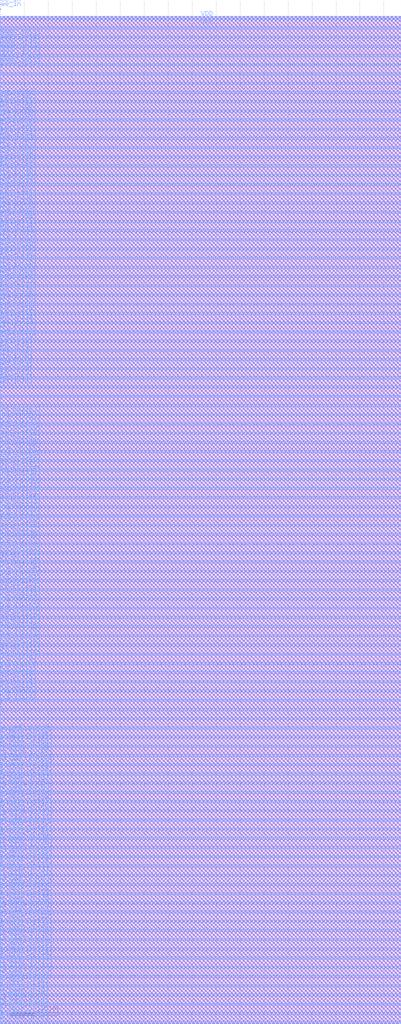
<source format=lef>
# Generated by FakeRAM 2.0
VERSION 5.7 ;
BUSBITCHARS "[]" ;
PROPERTYDEFINITIONS
  MACRO width INTEGER ;
  MACRO depth INTEGER ;
  MACRO banks INTEGER ;
END PROPERTYDEFINITIONS
MACRO fakeram7_256x64
  PROPERTY width 64 ;
  PROPERTY depth 256 ;
  PROPERTY banks 2 ;
  FOREIGN fakeram7_256x64 0 0 ;
  SYMMETRY X Y R90 ;
  SIZE 16.720 BY 42.000 ;
  CLASS BLOCK ;
  PIN w_mask_in[0]
    DIRECTION INPUT ;
    USE SIGNAL ;
    SHAPE ABUTMENT ;
    PORT
      LAYER M4 ;
      RECT 0.000 0.048 0.024 0.072 ;
    END
  END w_mask_in[0]
  PIN w_mask_in[1]
    DIRECTION INPUT ;
    USE SIGNAL ;
    SHAPE ABUTMENT ;
    PORT
      LAYER M4 ;
      RECT 0.000 0.240 0.024 0.264 ;
    END
  END w_mask_in[1]
  PIN w_mask_in[2]
    DIRECTION INPUT ;
    USE SIGNAL ;
    SHAPE ABUTMENT ;
    PORT
      LAYER M4 ;
      RECT 0.000 0.432 0.024 0.456 ;
    END
  END w_mask_in[2]
  PIN w_mask_in[3]
    DIRECTION INPUT ;
    USE SIGNAL ;
    SHAPE ABUTMENT ;
    PORT
      LAYER M4 ;
      RECT 0.000 0.624 0.024 0.648 ;
    END
  END w_mask_in[3]
  PIN w_mask_in[4]
    DIRECTION INPUT ;
    USE SIGNAL ;
    SHAPE ABUTMENT ;
    PORT
      LAYER M4 ;
      RECT 0.000 0.816 0.024 0.840 ;
    END
  END w_mask_in[4]
  PIN w_mask_in[5]
    DIRECTION INPUT ;
    USE SIGNAL ;
    SHAPE ABUTMENT ;
    PORT
      LAYER M4 ;
      RECT 0.000 1.008 0.024 1.032 ;
    END
  END w_mask_in[5]
  PIN w_mask_in[6]
    DIRECTION INPUT ;
    USE SIGNAL ;
    SHAPE ABUTMENT ;
    PORT
      LAYER M4 ;
      RECT 0.000 1.200 0.024 1.224 ;
    END
  END w_mask_in[6]
  PIN w_mask_in[7]
    DIRECTION INPUT ;
    USE SIGNAL ;
    SHAPE ABUTMENT ;
    PORT
      LAYER M4 ;
      RECT 0.000 1.392 0.024 1.416 ;
    END
  END w_mask_in[7]
  PIN w_mask_in[8]
    DIRECTION INPUT ;
    USE SIGNAL ;
    SHAPE ABUTMENT ;
    PORT
      LAYER M4 ;
      RECT 0.000 1.584 0.024 1.608 ;
    END
  END w_mask_in[8]
  PIN w_mask_in[9]
    DIRECTION INPUT ;
    USE SIGNAL ;
    SHAPE ABUTMENT ;
    PORT
      LAYER M4 ;
      RECT 0.000 1.776 0.024 1.800 ;
    END
  END w_mask_in[9]
  PIN w_mask_in[10]
    DIRECTION INPUT ;
    USE SIGNAL ;
    SHAPE ABUTMENT ;
    PORT
      LAYER M4 ;
      RECT 0.000 1.968 0.024 1.992 ;
    END
  END w_mask_in[10]
  PIN w_mask_in[11]
    DIRECTION INPUT ;
    USE SIGNAL ;
    SHAPE ABUTMENT ;
    PORT
      LAYER M4 ;
      RECT 0.000 2.160 0.024 2.184 ;
    END
  END w_mask_in[11]
  PIN w_mask_in[12]
    DIRECTION INPUT ;
    USE SIGNAL ;
    SHAPE ABUTMENT ;
    PORT
      LAYER M4 ;
      RECT 0.000 2.352 0.024 2.376 ;
    END
  END w_mask_in[12]
  PIN w_mask_in[13]
    DIRECTION INPUT ;
    USE SIGNAL ;
    SHAPE ABUTMENT ;
    PORT
      LAYER M4 ;
      RECT 0.000 2.544 0.024 2.568 ;
    END
  END w_mask_in[13]
  PIN w_mask_in[14]
    DIRECTION INPUT ;
    USE SIGNAL ;
    SHAPE ABUTMENT ;
    PORT
      LAYER M4 ;
      RECT 0.000 2.736 0.024 2.760 ;
    END
  END w_mask_in[14]
  PIN w_mask_in[15]
    DIRECTION INPUT ;
    USE SIGNAL ;
    SHAPE ABUTMENT ;
    PORT
      LAYER M4 ;
      RECT 0.000 2.928 0.024 2.952 ;
    END
  END w_mask_in[15]
  PIN w_mask_in[16]
    DIRECTION INPUT ;
    USE SIGNAL ;
    SHAPE ABUTMENT ;
    PORT
      LAYER M4 ;
      RECT 0.000 3.120 0.024 3.144 ;
    END
  END w_mask_in[16]
  PIN w_mask_in[17]
    DIRECTION INPUT ;
    USE SIGNAL ;
    SHAPE ABUTMENT ;
    PORT
      LAYER M4 ;
      RECT 0.000 3.312 0.024 3.336 ;
    END
  END w_mask_in[17]
  PIN w_mask_in[18]
    DIRECTION INPUT ;
    USE SIGNAL ;
    SHAPE ABUTMENT ;
    PORT
      LAYER M4 ;
      RECT 0.000 3.504 0.024 3.528 ;
    END
  END w_mask_in[18]
  PIN w_mask_in[19]
    DIRECTION INPUT ;
    USE SIGNAL ;
    SHAPE ABUTMENT ;
    PORT
      LAYER M4 ;
      RECT 0.000 3.696 0.024 3.720 ;
    END
  END w_mask_in[19]
  PIN w_mask_in[20]
    DIRECTION INPUT ;
    USE SIGNAL ;
    SHAPE ABUTMENT ;
    PORT
      LAYER M4 ;
      RECT 0.000 3.888 0.024 3.912 ;
    END
  END w_mask_in[20]
  PIN w_mask_in[21]
    DIRECTION INPUT ;
    USE SIGNAL ;
    SHAPE ABUTMENT ;
    PORT
      LAYER M4 ;
      RECT 0.000 4.080 0.024 4.104 ;
    END
  END w_mask_in[21]
  PIN w_mask_in[22]
    DIRECTION INPUT ;
    USE SIGNAL ;
    SHAPE ABUTMENT ;
    PORT
      LAYER M4 ;
      RECT 0.000 4.272 0.024 4.296 ;
    END
  END w_mask_in[22]
  PIN w_mask_in[23]
    DIRECTION INPUT ;
    USE SIGNAL ;
    SHAPE ABUTMENT ;
    PORT
      LAYER M4 ;
      RECT 0.000 4.464 0.024 4.488 ;
    END
  END w_mask_in[23]
  PIN w_mask_in[24]
    DIRECTION INPUT ;
    USE SIGNAL ;
    SHAPE ABUTMENT ;
    PORT
      LAYER M4 ;
      RECT 0.000 4.656 0.024 4.680 ;
    END
  END w_mask_in[24]
  PIN w_mask_in[25]
    DIRECTION INPUT ;
    USE SIGNAL ;
    SHAPE ABUTMENT ;
    PORT
      LAYER M4 ;
      RECT 0.000 4.848 0.024 4.872 ;
    END
  END w_mask_in[25]
  PIN w_mask_in[26]
    DIRECTION INPUT ;
    USE SIGNAL ;
    SHAPE ABUTMENT ;
    PORT
      LAYER M4 ;
      RECT 0.000 5.040 0.024 5.064 ;
    END
  END w_mask_in[26]
  PIN w_mask_in[27]
    DIRECTION INPUT ;
    USE SIGNAL ;
    SHAPE ABUTMENT ;
    PORT
      LAYER M4 ;
      RECT 0.000 5.232 0.024 5.256 ;
    END
  END w_mask_in[27]
  PIN w_mask_in[28]
    DIRECTION INPUT ;
    USE SIGNAL ;
    SHAPE ABUTMENT ;
    PORT
      LAYER M4 ;
      RECT 0.000 5.424 0.024 5.448 ;
    END
  END w_mask_in[28]
  PIN w_mask_in[29]
    DIRECTION INPUT ;
    USE SIGNAL ;
    SHAPE ABUTMENT ;
    PORT
      LAYER M4 ;
      RECT 0.000 5.616 0.024 5.640 ;
    END
  END w_mask_in[29]
  PIN w_mask_in[30]
    DIRECTION INPUT ;
    USE SIGNAL ;
    SHAPE ABUTMENT ;
    PORT
      LAYER M4 ;
      RECT 0.000 5.808 0.024 5.832 ;
    END
  END w_mask_in[30]
  PIN w_mask_in[31]
    DIRECTION INPUT ;
    USE SIGNAL ;
    SHAPE ABUTMENT ;
    PORT
      LAYER M4 ;
      RECT 0.000 6.000 0.024 6.024 ;
    END
  END w_mask_in[31]
  PIN w_mask_in[32]
    DIRECTION INPUT ;
    USE SIGNAL ;
    SHAPE ABUTMENT ;
    PORT
      LAYER M4 ;
      RECT 0.000 6.192 0.024 6.216 ;
    END
  END w_mask_in[32]
  PIN w_mask_in[33]
    DIRECTION INPUT ;
    USE SIGNAL ;
    SHAPE ABUTMENT ;
    PORT
      LAYER M4 ;
      RECT 0.000 6.384 0.024 6.408 ;
    END
  END w_mask_in[33]
  PIN w_mask_in[34]
    DIRECTION INPUT ;
    USE SIGNAL ;
    SHAPE ABUTMENT ;
    PORT
      LAYER M4 ;
      RECT 0.000 6.576 0.024 6.600 ;
    END
  END w_mask_in[34]
  PIN w_mask_in[35]
    DIRECTION INPUT ;
    USE SIGNAL ;
    SHAPE ABUTMENT ;
    PORT
      LAYER M4 ;
      RECT 0.000 6.768 0.024 6.792 ;
    END
  END w_mask_in[35]
  PIN w_mask_in[36]
    DIRECTION INPUT ;
    USE SIGNAL ;
    SHAPE ABUTMENT ;
    PORT
      LAYER M4 ;
      RECT 0.000 6.960 0.024 6.984 ;
    END
  END w_mask_in[36]
  PIN w_mask_in[37]
    DIRECTION INPUT ;
    USE SIGNAL ;
    SHAPE ABUTMENT ;
    PORT
      LAYER M4 ;
      RECT 0.000 7.152 0.024 7.176 ;
    END
  END w_mask_in[37]
  PIN w_mask_in[38]
    DIRECTION INPUT ;
    USE SIGNAL ;
    SHAPE ABUTMENT ;
    PORT
      LAYER M4 ;
      RECT 0.000 7.344 0.024 7.368 ;
    END
  END w_mask_in[38]
  PIN w_mask_in[39]
    DIRECTION INPUT ;
    USE SIGNAL ;
    SHAPE ABUTMENT ;
    PORT
      LAYER M4 ;
      RECT 0.000 7.536 0.024 7.560 ;
    END
  END w_mask_in[39]
  PIN w_mask_in[40]
    DIRECTION INPUT ;
    USE SIGNAL ;
    SHAPE ABUTMENT ;
    PORT
      LAYER M4 ;
      RECT 0.000 7.728 0.024 7.752 ;
    END
  END w_mask_in[40]
  PIN w_mask_in[41]
    DIRECTION INPUT ;
    USE SIGNAL ;
    SHAPE ABUTMENT ;
    PORT
      LAYER M4 ;
      RECT 0.000 7.920 0.024 7.944 ;
    END
  END w_mask_in[41]
  PIN w_mask_in[42]
    DIRECTION INPUT ;
    USE SIGNAL ;
    SHAPE ABUTMENT ;
    PORT
      LAYER M4 ;
      RECT 0.000 8.112 0.024 8.136 ;
    END
  END w_mask_in[42]
  PIN w_mask_in[43]
    DIRECTION INPUT ;
    USE SIGNAL ;
    SHAPE ABUTMENT ;
    PORT
      LAYER M4 ;
      RECT 0.000 8.304 0.024 8.328 ;
    END
  END w_mask_in[43]
  PIN w_mask_in[44]
    DIRECTION INPUT ;
    USE SIGNAL ;
    SHAPE ABUTMENT ;
    PORT
      LAYER M4 ;
      RECT 0.000 8.496 0.024 8.520 ;
    END
  END w_mask_in[44]
  PIN w_mask_in[45]
    DIRECTION INPUT ;
    USE SIGNAL ;
    SHAPE ABUTMENT ;
    PORT
      LAYER M4 ;
      RECT 0.000 8.688 0.024 8.712 ;
    END
  END w_mask_in[45]
  PIN w_mask_in[46]
    DIRECTION INPUT ;
    USE SIGNAL ;
    SHAPE ABUTMENT ;
    PORT
      LAYER M4 ;
      RECT 0.000 8.880 0.024 8.904 ;
    END
  END w_mask_in[46]
  PIN w_mask_in[47]
    DIRECTION INPUT ;
    USE SIGNAL ;
    SHAPE ABUTMENT ;
    PORT
      LAYER M4 ;
      RECT 0.000 9.072 0.024 9.096 ;
    END
  END w_mask_in[47]
  PIN w_mask_in[48]
    DIRECTION INPUT ;
    USE SIGNAL ;
    SHAPE ABUTMENT ;
    PORT
      LAYER M4 ;
      RECT 0.000 9.264 0.024 9.288 ;
    END
  END w_mask_in[48]
  PIN w_mask_in[49]
    DIRECTION INPUT ;
    USE SIGNAL ;
    SHAPE ABUTMENT ;
    PORT
      LAYER M4 ;
      RECT 0.000 9.456 0.024 9.480 ;
    END
  END w_mask_in[49]
  PIN w_mask_in[50]
    DIRECTION INPUT ;
    USE SIGNAL ;
    SHAPE ABUTMENT ;
    PORT
      LAYER M4 ;
      RECT 0.000 9.648 0.024 9.672 ;
    END
  END w_mask_in[50]
  PIN w_mask_in[51]
    DIRECTION INPUT ;
    USE SIGNAL ;
    SHAPE ABUTMENT ;
    PORT
      LAYER M4 ;
      RECT 0.000 9.840 0.024 9.864 ;
    END
  END w_mask_in[51]
  PIN w_mask_in[52]
    DIRECTION INPUT ;
    USE SIGNAL ;
    SHAPE ABUTMENT ;
    PORT
      LAYER M4 ;
      RECT 0.000 10.032 0.024 10.056 ;
    END
  END w_mask_in[52]
  PIN w_mask_in[53]
    DIRECTION INPUT ;
    USE SIGNAL ;
    SHAPE ABUTMENT ;
    PORT
      LAYER M4 ;
      RECT 0.000 10.224 0.024 10.248 ;
    END
  END w_mask_in[53]
  PIN w_mask_in[54]
    DIRECTION INPUT ;
    USE SIGNAL ;
    SHAPE ABUTMENT ;
    PORT
      LAYER M4 ;
      RECT 0.000 10.416 0.024 10.440 ;
    END
  END w_mask_in[54]
  PIN w_mask_in[55]
    DIRECTION INPUT ;
    USE SIGNAL ;
    SHAPE ABUTMENT ;
    PORT
      LAYER M4 ;
      RECT 0.000 10.608 0.024 10.632 ;
    END
  END w_mask_in[55]
  PIN w_mask_in[56]
    DIRECTION INPUT ;
    USE SIGNAL ;
    SHAPE ABUTMENT ;
    PORT
      LAYER M4 ;
      RECT 0.000 10.800 0.024 10.824 ;
    END
  END w_mask_in[56]
  PIN w_mask_in[57]
    DIRECTION INPUT ;
    USE SIGNAL ;
    SHAPE ABUTMENT ;
    PORT
      LAYER M4 ;
      RECT 0.000 10.992 0.024 11.016 ;
    END
  END w_mask_in[57]
  PIN w_mask_in[58]
    DIRECTION INPUT ;
    USE SIGNAL ;
    SHAPE ABUTMENT ;
    PORT
      LAYER M4 ;
      RECT 0.000 11.184 0.024 11.208 ;
    END
  END w_mask_in[58]
  PIN w_mask_in[59]
    DIRECTION INPUT ;
    USE SIGNAL ;
    SHAPE ABUTMENT ;
    PORT
      LAYER M4 ;
      RECT 0.000 11.376 0.024 11.400 ;
    END
  END w_mask_in[59]
  PIN w_mask_in[60]
    DIRECTION INPUT ;
    USE SIGNAL ;
    SHAPE ABUTMENT ;
    PORT
      LAYER M4 ;
      RECT 0.000 11.568 0.024 11.592 ;
    END
  END w_mask_in[60]
  PIN w_mask_in[61]
    DIRECTION INPUT ;
    USE SIGNAL ;
    SHAPE ABUTMENT ;
    PORT
      LAYER M4 ;
      RECT 0.000 11.760 0.024 11.784 ;
    END
  END w_mask_in[61]
  PIN w_mask_in[62]
    DIRECTION INPUT ;
    USE SIGNAL ;
    SHAPE ABUTMENT ;
    PORT
      LAYER M4 ;
      RECT 0.000 11.952 0.024 11.976 ;
    END
  END w_mask_in[62]
  PIN w_mask_in[63]
    DIRECTION INPUT ;
    USE SIGNAL ;
    SHAPE ABUTMENT ;
    PORT
      LAYER M4 ;
      RECT 0.000 12.144 0.024 12.168 ;
    END
  END w_mask_in[63]
  PIN rd_out[0]
    DIRECTION OUTPUT ;
    USE SIGNAL ;
    SHAPE ABUTMENT ;
    PORT
      LAYER M4 ;
      RECT 0.000 13.296 0.024 13.320 ;
    END
  END rd_out[0]
  PIN rd_out[1]
    DIRECTION OUTPUT ;
    USE SIGNAL ;
    SHAPE ABUTMENT ;
    PORT
      LAYER M4 ;
      RECT 0.000 13.488 0.024 13.512 ;
    END
  END rd_out[1]
  PIN rd_out[2]
    DIRECTION OUTPUT ;
    USE SIGNAL ;
    SHAPE ABUTMENT ;
    PORT
      LAYER M4 ;
      RECT 0.000 13.680 0.024 13.704 ;
    END
  END rd_out[2]
  PIN rd_out[3]
    DIRECTION OUTPUT ;
    USE SIGNAL ;
    SHAPE ABUTMENT ;
    PORT
      LAYER M4 ;
      RECT 0.000 13.872 0.024 13.896 ;
    END
  END rd_out[3]
  PIN rd_out[4]
    DIRECTION OUTPUT ;
    USE SIGNAL ;
    SHAPE ABUTMENT ;
    PORT
      LAYER M4 ;
      RECT 0.000 14.064 0.024 14.088 ;
    END
  END rd_out[4]
  PIN rd_out[5]
    DIRECTION OUTPUT ;
    USE SIGNAL ;
    SHAPE ABUTMENT ;
    PORT
      LAYER M4 ;
      RECT 0.000 14.256 0.024 14.280 ;
    END
  END rd_out[5]
  PIN rd_out[6]
    DIRECTION OUTPUT ;
    USE SIGNAL ;
    SHAPE ABUTMENT ;
    PORT
      LAYER M4 ;
      RECT 0.000 14.448 0.024 14.472 ;
    END
  END rd_out[6]
  PIN rd_out[7]
    DIRECTION OUTPUT ;
    USE SIGNAL ;
    SHAPE ABUTMENT ;
    PORT
      LAYER M4 ;
      RECT 0.000 14.640 0.024 14.664 ;
    END
  END rd_out[7]
  PIN rd_out[8]
    DIRECTION OUTPUT ;
    USE SIGNAL ;
    SHAPE ABUTMENT ;
    PORT
      LAYER M4 ;
      RECT 0.000 14.832 0.024 14.856 ;
    END
  END rd_out[8]
  PIN rd_out[9]
    DIRECTION OUTPUT ;
    USE SIGNAL ;
    SHAPE ABUTMENT ;
    PORT
      LAYER M4 ;
      RECT 0.000 15.024 0.024 15.048 ;
    END
  END rd_out[9]
  PIN rd_out[10]
    DIRECTION OUTPUT ;
    USE SIGNAL ;
    SHAPE ABUTMENT ;
    PORT
      LAYER M4 ;
      RECT 0.000 15.216 0.024 15.240 ;
    END
  END rd_out[10]
  PIN rd_out[11]
    DIRECTION OUTPUT ;
    USE SIGNAL ;
    SHAPE ABUTMENT ;
    PORT
      LAYER M4 ;
      RECT 0.000 15.408 0.024 15.432 ;
    END
  END rd_out[11]
  PIN rd_out[12]
    DIRECTION OUTPUT ;
    USE SIGNAL ;
    SHAPE ABUTMENT ;
    PORT
      LAYER M4 ;
      RECT 0.000 15.600 0.024 15.624 ;
    END
  END rd_out[12]
  PIN rd_out[13]
    DIRECTION OUTPUT ;
    USE SIGNAL ;
    SHAPE ABUTMENT ;
    PORT
      LAYER M4 ;
      RECT 0.000 15.792 0.024 15.816 ;
    END
  END rd_out[13]
  PIN rd_out[14]
    DIRECTION OUTPUT ;
    USE SIGNAL ;
    SHAPE ABUTMENT ;
    PORT
      LAYER M4 ;
      RECT 0.000 15.984 0.024 16.008 ;
    END
  END rd_out[14]
  PIN rd_out[15]
    DIRECTION OUTPUT ;
    USE SIGNAL ;
    SHAPE ABUTMENT ;
    PORT
      LAYER M4 ;
      RECT 0.000 16.176 0.024 16.200 ;
    END
  END rd_out[15]
  PIN rd_out[16]
    DIRECTION OUTPUT ;
    USE SIGNAL ;
    SHAPE ABUTMENT ;
    PORT
      LAYER M4 ;
      RECT 0.000 16.368 0.024 16.392 ;
    END
  END rd_out[16]
  PIN rd_out[17]
    DIRECTION OUTPUT ;
    USE SIGNAL ;
    SHAPE ABUTMENT ;
    PORT
      LAYER M4 ;
      RECT 0.000 16.560 0.024 16.584 ;
    END
  END rd_out[17]
  PIN rd_out[18]
    DIRECTION OUTPUT ;
    USE SIGNAL ;
    SHAPE ABUTMENT ;
    PORT
      LAYER M4 ;
      RECT 0.000 16.752 0.024 16.776 ;
    END
  END rd_out[18]
  PIN rd_out[19]
    DIRECTION OUTPUT ;
    USE SIGNAL ;
    SHAPE ABUTMENT ;
    PORT
      LAYER M4 ;
      RECT 0.000 16.944 0.024 16.968 ;
    END
  END rd_out[19]
  PIN rd_out[20]
    DIRECTION OUTPUT ;
    USE SIGNAL ;
    SHAPE ABUTMENT ;
    PORT
      LAYER M4 ;
      RECT 0.000 17.136 0.024 17.160 ;
    END
  END rd_out[20]
  PIN rd_out[21]
    DIRECTION OUTPUT ;
    USE SIGNAL ;
    SHAPE ABUTMENT ;
    PORT
      LAYER M4 ;
      RECT 0.000 17.328 0.024 17.352 ;
    END
  END rd_out[21]
  PIN rd_out[22]
    DIRECTION OUTPUT ;
    USE SIGNAL ;
    SHAPE ABUTMENT ;
    PORT
      LAYER M4 ;
      RECT 0.000 17.520 0.024 17.544 ;
    END
  END rd_out[22]
  PIN rd_out[23]
    DIRECTION OUTPUT ;
    USE SIGNAL ;
    SHAPE ABUTMENT ;
    PORT
      LAYER M4 ;
      RECT 0.000 17.712 0.024 17.736 ;
    END
  END rd_out[23]
  PIN rd_out[24]
    DIRECTION OUTPUT ;
    USE SIGNAL ;
    SHAPE ABUTMENT ;
    PORT
      LAYER M4 ;
      RECT 0.000 17.904 0.024 17.928 ;
    END
  END rd_out[24]
  PIN rd_out[25]
    DIRECTION OUTPUT ;
    USE SIGNAL ;
    SHAPE ABUTMENT ;
    PORT
      LAYER M4 ;
      RECT 0.000 18.096 0.024 18.120 ;
    END
  END rd_out[25]
  PIN rd_out[26]
    DIRECTION OUTPUT ;
    USE SIGNAL ;
    SHAPE ABUTMENT ;
    PORT
      LAYER M4 ;
      RECT 0.000 18.288 0.024 18.312 ;
    END
  END rd_out[26]
  PIN rd_out[27]
    DIRECTION OUTPUT ;
    USE SIGNAL ;
    SHAPE ABUTMENT ;
    PORT
      LAYER M4 ;
      RECT 0.000 18.480 0.024 18.504 ;
    END
  END rd_out[27]
  PIN rd_out[28]
    DIRECTION OUTPUT ;
    USE SIGNAL ;
    SHAPE ABUTMENT ;
    PORT
      LAYER M4 ;
      RECT 0.000 18.672 0.024 18.696 ;
    END
  END rd_out[28]
  PIN rd_out[29]
    DIRECTION OUTPUT ;
    USE SIGNAL ;
    SHAPE ABUTMENT ;
    PORT
      LAYER M4 ;
      RECT 0.000 18.864 0.024 18.888 ;
    END
  END rd_out[29]
  PIN rd_out[30]
    DIRECTION OUTPUT ;
    USE SIGNAL ;
    SHAPE ABUTMENT ;
    PORT
      LAYER M4 ;
      RECT 0.000 19.056 0.024 19.080 ;
    END
  END rd_out[30]
  PIN rd_out[31]
    DIRECTION OUTPUT ;
    USE SIGNAL ;
    SHAPE ABUTMENT ;
    PORT
      LAYER M4 ;
      RECT 0.000 19.248 0.024 19.272 ;
    END
  END rd_out[31]
  PIN rd_out[32]
    DIRECTION OUTPUT ;
    USE SIGNAL ;
    SHAPE ABUTMENT ;
    PORT
      LAYER M4 ;
      RECT 0.000 19.440 0.024 19.464 ;
    END
  END rd_out[32]
  PIN rd_out[33]
    DIRECTION OUTPUT ;
    USE SIGNAL ;
    SHAPE ABUTMENT ;
    PORT
      LAYER M4 ;
      RECT 0.000 19.632 0.024 19.656 ;
    END
  END rd_out[33]
  PIN rd_out[34]
    DIRECTION OUTPUT ;
    USE SIGNAL ;
    SHAPE ABUTMENT ;
    PORT
      LAYER M4 ;
      RECT 0.000 19.824 0.024 19.848 ;
    END
  END rd_out[34]
  PIN rd_out[35]
    DIRECTION OUTPUT ;
    USE SIGNAL ;
    SHAPE ABUTMENT ;
    PORT
      LAYER M4 ;
      RECT 0.000 20.016 0.024 20.040 ;
    END
  END rd_out[35]
  PIN rd_out[36]
    DIRECTION OUTPUT ;
    USE SIGNAL ;
    SHAPE ABUTMENT ;
    PORT
      LAYER M4 ;
      RECT 0.000 20.208 0.024 20.232 ;
    END
  END rd_out[36]
  PIN rd_out[37]
    DIRECTION OUTPUT ;
    USE SIGNAL ;
    SHAPE ABUTMENT ;
    PORT
      LAYER M4 ;
      RECT 0.000 20.400 0.024 20.424 ;
    END
  END rd_out[37]
  PIN rd_out[38]
    DIRECTION OUTPUT ;
    USE SIGNAL ;
    SHAPE ABUTMENT ;
    PORT
      LAYER M4 ;
      RECT 0.000 20.592 0.024 20.616 ;
    END
  END rd_out[38]
  PIN rd_out[39]
    DIRECTION OUTPUT ;
    USE SIGNAL ;
    SHAPE ABUTMENT ;
    PORT
      LAYER M4 ;
      RECT 0.000 20.784 0.024 20.808 ;
    END
  END rd_out[39]
  PIN rd_out[40]
    DIRECTION OUTPUT ;
    USE SIGNAL ;
    SHAPE ABUTMENT ;
    PORT
      LAYER M4 ;
      RECT 0.000 20.976 0.024 21.000 ;
    END
  END rd_out[40]
  PIN rd_out[41]
    DIRECTION OUTPUT ;
    USE SIGNAL ;
    SHAPE ABUTMENT ;
    PORT
      LAYER M4 ;
      RECT 0.000 21.168 0.024 21.192 ;
    END
  END rd_out[41]
  PIN rd_out[42]
    DIRECTION OUTPUT ;
    USE SIGNAL ;
    SHAPE ABUTMENT ;
    PORT
      LAYER M4 ;
      RECT 0.000 21.360 0.024 21.384 ;
    END
  END rd_out[42]
  PIN rd_out[43]
    DIRECTION OUTPUT ;
    USE SIGNAL ;
    SHAPE ABUTMENT ;
    PORT
      LAYER M4 ;
      RECT 0.000 21.552 0.024 21.576 ;
    END
  END rd_out[43]
  PIN rd_out[44]
    DIRECTION OUTPUT ;
    USE SIGNAL ;
    SHAPE ABUTMENT ;
    PORT
      LAYER M4 ;
      RECT 0.000 21.744 0.024 21.768 ;
    END
  END rd_out[44]
  PIN rd_out[45]
    DIRECTION OUTPUT ;
    USE SIGNAL ;
    SHAPE ABUTMENT ;
    PORT
      LAYER M4 ;
      RECT 0.000 21.936 0.024 21.960 ;
    END
  END rd_out[45]
  PIN rd_out[46]
    DIRECTION OUTPUT ;
    USE SIGNAL ;
    SHAPE ABUTMENT ;
    PORT
      LAYER M4 ;
      RECT 0.000 22.128 0.024 22.152 ;
    END
  END rd_out[46]
  PIN rd_out[47]
    DIRECTION OUTPUT ;
    USE SIGNAL ;
    SHAPE ABUTMENT ;
    PORT
      LAYER M4 ;
      RECT 0.000 22.320 0.024 22.344 ;
    END
  END rd_out[47]
  PIN rd_out[48]
    DIRECTION OUTPUT ;
    USE SIGNAL ;
    SHAPE ABUTMENT ;
    PORT
      LAYER M4 ;
      RECT 0.000 22.512 0.024 22.536 ;
    END
  END rd_out[48]
  PIN rd_out[49]
    DIRECTION OUTPUT ;
    USE SIGNAL ;
    SHAPE ABUTMENT ;
    PORT
      LAYER M4 ;
      RECT 0.000 22.704 0.024 22.728 ;
    END
  END rd_out[49]
  PIN rd_out[50]
    DIRECTION OUTPUT ;
    USE SIGNAL ;
    SHAPE ABUTMENT ;
    PORT
      LAYER M4 ;
      RECT 0.000 22.896 0.024 22.920 ;
    END
  END rd_out[50]
  PIN rd_out[51]
    DIRECTION OUTPUT ;
    USE SIGNAL ;
    SHAPE ABUTMENT ;
    PORT
      LAYER M4 ;
      RECT 0.000 23.088 0.024 23.112 ;
    END
  END rd_out[51]
  PIN rd_out[52]
    DIRECTION OUTPUT ;
    USE SIGNAL ;
    SHAPE ABUTMENT ;
    PORT
      LAYER M4 ;
      RECT 0.000 23.280 0.024 23.304 ;
    END
  END rd_out[52]
  PIN rd_out[53]
    DIRECTION OUTPUT ;
    USE SIGNAL ;
    SHAPE ABUTMENT ;
    PORT
      LAYER M4 ;
      RECT 0.000 23.472 0.024 23.496 ;
    END
  END rd_out[53]
  PIN rd_out[54]
    DIRECTION OUTPUT ;
    USE SIGNAL ;
    SHAPE ABUTMENT ;
    PORT
      LAYER M4 ;
      RECT 0.000 23.664 0.024 23.688 ;
    END
  END rd_out[54]
  PIN rd_out[55]
    DIRECTION OUTPUT ;
    USE SIGNAL ;
    SHAPE ABUTMENT ;
    PORT
      LAYER M4 ;
      RECT 0.000 23.856 0.024 23.880 ;
    END
  END rd_out[55]
  PIN rd_out[56]
    DIRECTION OUTPUT ;
    USE SIGNAL ;
    SHAPE ABUTMENT ;
    PORT
      LAYER M4 ;
      RECT 0.000 24.048 0.024 24.072 ;
    END
  END rd_out[56]
  PIN rd_out[57]
    DIRECTION OUTPUT ;
    USE SIGNAL ;
    SHAPE ABUTMENT ;
    PORT
      LAYER M4 ;
      RECT 0.000 24.240 0.024 24.264 ;
    END
  END rd_out[57]
  PIN rd_out[58]
    DIRECTION OUTPUT ;
    USE SIGNAL ;
    SHAPE ABUTMENT ;
    PORT
      LAYER M4 ;
      RECT 0.000 24.432 0.024 24.456 ;
    END
  END rd_out[58]
  PIN rd_out[59]
    DIRECTION OUTPUT ;
    USE SIGNAL ;
    SHAPE ABUTMENT ;
    PORT
      LAYER M4 ;
      RECT 0.000 24.624 0.024 24.648 ;
    END
  END rd_out[59]
  PIN rd_out[60]
    DIRECTION OUTPUT ;
    USE SIGNAL ;
    SHAPE ABUTMENT ;
    PORT
      LAYER M4 ;
      RECT 0.000 24.816 0.024 24.840 ;
    END
  END rd_out[60]
  PIN rd_out[61]
    DIRECTION OUTPUT ;
    USE SIGNAL ;
    SHAPE ABUTMENT ;
    PORT
      LAYER M4 ;
      RECT 0.000 25.008 0.024 25.032 ;
    END
  END rd_out[61]
  PIN rd_out[62]
    DIRECTION OUTPUT ;
    USE SIGNAL ;
    SHAPE ABUTMENT ;
    PORT
      LAYER M4 ;
      RECT 0.000 25.200 0.024 25.224 ;
    END
  END rd_out[62]
  PIN rd_out[63]
    DIRECTION OUTPUT ;
    USE SIGNAL ;
    SHAPE ABUTMENT ;
    PORT
      LAYER M4 ;
      RECT 0.000 25.392 0.024 25.416 ;
    END
  END rd_out[63]
  PIN wd_in[0]
    DIRECTION INPUT ;
    USE SIGNAL ;
    SHAPE ABUTMENT ;
    PORT
      LAYER M4 ;
      RECT 0.000 26.544 0.024 26.568 ;
    END
  END wd_in[0]
  PIN wd_in[1]
    DIRECTION INPUT ;
    USE SIGNAL ;
    SHAPE ABUTMENT ;
    PORT
      LAYER M4 ;
      RECT 0.000 26.736 0.024 26.760 ;
    END
  END wd_in[1]
  PIN wd_in[2]
    DIRECTION INPUT ;
    USE SIGNAL ;
    SHAPE ABUTMENT ;
    PORT
      LAYER M4 ;
      RECT 0.000 26.928 0.024 26.952 ;
    END
  END wd_in[2]
  PIN wd_in[3]
    DIRECTION INPUT ;
    USE SIGNAL ;
    SHAPE ABUTMENT ;
    PORT
      LAYER M4 ;
      RECT 0.000 27.120 0.024 27.144 ;
    END
  END wd_in[3]
  PIN wd_in[4]
    DIRECTION INPUT ;
    USE SIGNAL ;
    SHAPE ABUTMENT ;
    PORT
      LAYER M4 ;
      RECT 0.000 27.312 0.024 27.336 ;
    END
  END wd_in[4]
  PIN wd_in[5]
    DIRECTION INPUT ;
    USE SIGNAL ;
    SHAPE ABUTMENT ;
    PORT
      LAYER M4 ;
      RECT 0.000 27.504 0.024 27.528 ;
    END
  END wd_in[5]
  PIN wd_in[6]
    DIRECTION INPUT ;
    USE SIGNAL ;
    SHAPE ABUTMENT ;
    PORT
      LAYER M4 ;
      RECT 0.000 27.696 0.024 27.720 ;
    END
  END wd_in[6]
  PIN wd_in[7]
    DIRECTION INPUT ;
    USE SIGNAL ;
    SHAPE ABUTMENT ;
    PORT
      LAYER M4 ;
      RECT 0.000 27.888 0.024 27.912 ;
    END
  END wd_in[7]
  PIN wd_in[8]
    DIRECTION INPUT ;
    USE SIGNAL ;
    SHAPE ABUTMENT ;
    PORT
      LAYER M4 ;
      RECT 0.000 28.080 0.024 28.104 ;
    END
  END wd_in[8]
  PIN wd_in[9]
    DIRECTION INPUT ;
    USE SIGNAL ;
    SHAPE ABUTMENT ;
    PORT
      LAYER M4 ;
      RECT 0.000 28.272 0.024 28.296 ;
    END
  END wd_in[9]
  PIN wd_in[10]
    DIRECTION INPUT ;
    USE SIGNAL ;
    SHAPE ABUTMENT ;
    PORT
      LAYER M4 ;
      RECT 0.000 28.464 0.024 28.488 ;
    END
  END wd_in[10]
  PIN wd_in[11]
    DIRECTION INPUT ;
    USE SIGNAL ;
    SHAPE ABUTMENT ;
    PORT
      LAYER M4 ;
      RECT 0.000 28.656 0.024 28.680 ;
    END
  END wd_in[11]
  PIN wd_in[12]
    DIRECTION INPUT ;
    USE SIGNAL ;
    SHAPE ABUTMENT ;
    PORT
      LAYER M4 ;
      RECT 0.000 28.848 0.024 28.872 ;
    END
  END wd_in[12]
  PIN wd_in[13]
    DIRECTION INPUT ;
    USE SIGNAL ;
    SHAPE ABUTMENT ;
    PORT
      LAYER M4 ;
      RECT 0.000 29.040 0.024 29.064 ;
    END
  END wd_in[13]
  PIN wd_in[14]
    DIRECTION INPUT ;
    USE SIGNAL ;
    SHAPE ABUTMENT ;
    PORT
      LAYER M4 ;
      RECT 0.000 29.232 0.024 29.256 ;
    END
  END wd_in[14]
  PIN wd_in[15]
    DIRECTION INPUT ;
    USE SIGNAL ;
    SHAPE ABUTMENT ;
    PORT
      LAYER M4 ;
      RECT 0.000 29.424 0.024 29.448 ;
    END
  END wd_in[15]
  PIN wd_in[16]
    DIRECTION INPUT ;
    USE SIGNAL ;
    SHAPE ABUTMENT ;
    PORT
      LAYER M4 ;
      RECT 0.000 29.616 0.024 29.640 ;
    END
  END wd_in[16]
  PIN wd_in[17]
    DIRECTION INPUT ;
    USE SIGNAL ;
    SHAPE ABUTMENT ;
    PORT
      LAYER M4 ;
      RECT 0.000 29.808 0.024 29.832 ;
    END
  END wd_in[17]
  PIN wd_in[18]
    DIRECTION INPUT ;
    USE SIGNAL ;
    SHAPE ABUTMENT ;
    PORT
      LAYER M4 ;
      RECT 0.000 30.000 0.024 30.024 ;
    END
  END wd_in[18]
  PIN wd_in[19]
    DIRECTION INPUT ;
    USE SIGNAL ;
    SHAPE ABUTMENT ;
    PORT
      LAYER M4 ;
      RECT 0.000 30.192 0.024 30.216 ;
    END
  END wd_in[19]
  PIN wd_in[20]
    DIRECTION INPUT ;
    USE SIGNAL ;
    SHAPE ABUTMENT ;
    PORT
      LAYER M4 ;
      RECT 0.000 30.384 0.024 30.408 ;
    END
  END wd_in[20]
  PIN wd_in[21]
    DIRECTION INPUT ;
    USE SIGNAL ;
    SHAPE ABUTMENT ;
    PORT
      LAYER M4 ;
      RECT 0.000 30.576 0.024 30.600 ;
    END
  END wd_in[21]
  PIN wd_in[22]
    DIRECTION INPUT ;
    USE SIGNAL ;
    SHAPE ABUTMENT ;
    PORT
      LAYER M4 ;
      RECT 0.000 30.768 0.024 30.792 ;
    END
  END wd_in[22]
  PIN wd_in[23]
    DIRECTION INPUT ;
    USE SIGNAL ;
    SHAPE ABUTMENT ;
    PORT
      LAYER M4 ;
      RECT 0.000 30.960 0.024 30.984 ;
    END
  END wd_in[23]
  PIN wd_in[24]
    DIRECTION INPUT ;
    USE SIGNAL ;
    SHAPE ABUTMENT ;
    PORT
      LAYER M4 ;
      RECT 0.000 31.152 0.024 31.176 ;
    END
  END wd_in[24]
  PIN wd_in[25]
    DIRECTION INPUT ;
    USE SIGNAL ;
    SHAPE ABUTMENT ;
    PORT
      LAYER M4 ;
      RECT 0.000 31.344 0.024 31.368 ;
    END
  END wd_in[25]
  PIN wd_in[26]
    DIRECTION INPUT ;
    USE SIGNAL ;
    SHAPE ABUTMENT ;
    PORT
      LAYER M4 ;
      RECT 0.000 31.536 0.024 31.560 ;
    END
  END wd_in[26]
  PIN wd_in[27]
    DIRECTION INPUT ;
    USE SIGNAL ;
    SHAPE ABUTMENT ;
    PORT
      LAYER M4 ;
      RECT 0.000 31.728 0.024 31.752 ;
    END
  END wd_in[27]
  PIN wd_in[28]
    DIRECTION INPUT ;
    USE SIGNAL ;
    SHAPE ABUTMENT ;
    PORT
      LAYER M4 ;
      RECT 0.000 31.920 0.024 31.944 ;
    END
  END wd_in[28]
  PIN wd_in[29]
    DIRECTION INPUT ;
    USE SIGNAL ;
    SHAPE ABUTMENT ;
    PORT
      LAYER M4 ;
      RECT 0.000 32.112 0.024 32.136 ;
    END
  END wd_in[29]
  PIN wd_in[30]
    DIRECTION INPUT ;
    USE SIGNAL ;
    SHAPE ABUTMENT ;
    PORT
      LAYER M4 ;
      RECT 0.000 32.304 0.024 32.328 ;
    END
  END wd_in[30]
  PIN wd_in[31]
    DIRECTION INPUT ;
    USE SIGNAL ;
    SHAPE ABUTMENT ;
    PORT
      LAYER M4 ;
      RECT 0.000 32.496 0.024 32.520 ;
    END
  END wd_in[31]
  PIN wd_in[32]
    DIRECTION INPUT ;
    USE SIGNAL ;
    SHAPE ABUTMENT ;
    PORT
      LAYER M4 ;
      RECT 0.000 32.688 0.024 32.712 ;
    END
  END wd_in[32]
  PIN wd_in[33]
    DIRECTION INPUT ;
    USE SIGNAL ;
    SHAPE ABUTMENT ;
    PORT
      LAYER M4 ;
      RECT 0.000 32.880 0.024 32.904 ;
    END
  END wd_in[33]
  PIN wd_in[34]
    DIRECTION INPUT ;
    USE SIGNAL ;
    SHAPE ABUTMENT ;
    PORT
      LAYER M4 ;
      RECT 0.000 33.072 0.024 33.096 ;
    END
  END wd_in[34]
  PIN wd_in[35]
    DIRECTION INPUT ;
    USE SIGNAL ;
    SHAPE ABUTMENT ;
    PORT
      LAYER M4 ;
      RECT 0.000 33.264 0.024 33.288 ;
    END
  END wd_in[35]
  PIN wd_in[36]
    DIRECTION INPUT ;
    USE SIGNAL ;
    SHAPE ABUTMENT ;
    PORT
      LAYER M4 ;
      RECT 0.000 33.456 0.024 33.480 ;
    END
  END wd_in[36]
  PIN wd_in[37]
    DIRECTION INPUT ;
    USE SIGNAL ;
    SHAPE ABUTMENT ;
    PORT
      LAYER M4 ;
      RECT 0.000 33.648 0.024 33.672 ;
    END
  END wd_in[37]
  PIN wd_in[38]
    DIRECTION INPUT ;
    USE SIGNAL ;
    SHAPE ABUTMENT ;
    PORT
      LAYER M4 ;
      RECT 0.000 33.840 0.024 33.864 ;
    END
  END wd_in[38]
  PIN wd_in[39]
    DIRECTION INPUT ;
    USE SIGNAL ;
    SHAPE ABUTMENT ;
    PORT
      LAYER M4 ;
      RECT 0.000 34.032 0.024 34.056 ;
    END
  END wd_in[39]
  PIN wd_in[40]
    DIRECTION INPUT ;
    USE SIGNAL ;
    SHAPE ABUTMENT ;
    PORT
      LAYER M4 ;
      RECT 0.000 34.224 0.024 34.248 ;
    END
  END wd_in[40]
  PIN wd_in[41]
    DIRECTION INPUT ;
    USE SIGNAL ;
    SHAPE ABUTMENT ;
    PORT
      LAYER M4 ;
      RECT 0.000 34.416 0.024 34.440 ;
    END
  END wd_in[41]
  PIN wd_in[42]
    DIRECTION INPUT ;
    USE SIGNAL ;
    SHAPE ABUTMENT ;
    PORT
      LAYER M4 ;
      RECT 0.000 34.608 0.024 34.632 ;
    END
  END wd_in[42]
  PIN wd_in[43]
    DIRECTION INPUT ;
    USE SIGNAL ;
    SHAPE ABUTMENT ;
    PORT
      LAYER M4 ;
      RECT 0.000 34.800 0.024 34.824 ;
    END
  END wd_in[43]
  PIN wd_in[44]
    DIRECTION INPUT ;
    USE SIGNAL ;
    SHAPE ABUTMENT ;
    PORT
      LAYER M4 ;
      RECT 0.000 34.992 0.024 35.016 ;
    END
  END wd_in[44]
  PIN wd_in[45]
    DIRECTION INPUT ;
    USE SIGNAL ;
    SHAPE ABUTMENT ;
    PORT
      LAYER M4 ;
      RECT 0.000 35.184 0.024 35.208 ;
    END
  END wd_in[45]
  PIN wd_in[46]
    DIRECTION INPUT ;
    USE SIGNAL ;
    SHAPE ABUTMENT ;
    PORT
      LAYER M4 ;
      RECT 0.000 35.376 0.024 35.400 ;
    END
  END wd_in[46]
  PIN wd_in[47]
    DIRECTION INPUT ;
    USE SIGNAL ;
    SHAPE ABUTMENT ;
    PORT
      LAYER M4 ;
      RECT 0.000 35.568 0.024 35.592 ;
    END
  END wd_in[47]
  PIN wd_in[48]
    DIRECTION INPUT ;
    USE SIGNAL ;
    SHAPE ABUTMENT ;
    PORT
      LAYER M4 ;
      RECT 0.000 35.760 0.024 35.784 ;
    END
  END wd_in[48]
  PIN wd_in[49]
    DIRECTION INPUT ;
    USE SIGNAL ;
    SHAPE ABUTMENT ;
    PORT
      LAYER M4 ;
      RECT 0.000 35.952 0.024 35.976 ;
    END
  END wd_in[49]
  PIN wd_in[50]
    DIRECTION INPUT ;
    USE SIGNAL ;
    SHAPE ABUTMENT ;
    PORT
      LAYER M4 ;
      RECT 0.000 36.144 0.024 36.168 ;
    END
  END wd_in[50]
  PIN wd_in[51]
    DIRECTION INPUT ;
    USE SIGNAL ;
    SHAPE ABUTMENT ;
    PORT
      LAYER M4 ;
      RECT 0.000 36.336 0.024 36.360 ;
    END
  END wd_in[51]
  PIN wd_in[52]
    DIRECTION INPUT ;
    USE SIGNAL ;
    SHAPE ABUTMENT ;
    PORT
      LAYER M4 ;
      RECT 0.000 36.528 0.024 36.552 ;
    END
  END wd_in[52]
  PIN wd_in[53]
    DIRECTION INPUT ;
    USE SIGNAL ;
    SHAPE ABUTMENT ;
    PORT
      LAYER M4 ;
      RECT 0.000 36.720 0.024 36.744 ;
    END
  END wd_in[53]
  PIN wd_in[54]
    DIRECTION INPUT ;
    USE SIGNAL ;
    SHAPE ABUTMENT ;
    PORT
      LAYER M4 ;
      RECT 0.000 36.912 0.024 36.936 ;
    END
  END wd_in[54]
  PIN wd_in[55]
    DIRECTION INPUT ;
    USE SIGNAL ;
    SHAPE ABUTMENT ;
    PORT
      LAYER M4 ;
      RECT 0.000 37.104 0.024 37.128 ;
    END
  END wd_in[55]
  PIN wd_in[56]
    DIRECTION INPUT ;
    USE SIGNAL ;
    SHAPE ABUTMENT ;
    PORT
      LAYER M4 ;
      RECT 0.000 37.296 0.024 37.320 ;
    END
  END wd_in[56]
  PIN wd_in[57]
    DIRECTION INPUT ;
    USE SIGNAL ;
    SHAPE ABUTMENT ;
    PORT
      LAYER M4 ;
      RECT 0.000 37.488 0.024 37.512 ;
    END
  END wd_in[57]
  PIN wd_in[58]
    DIRECTION INPUT ;
    USE SIGNAL ;
    SHAPE ABUTMENT ;
    PORT
      LAYER M4 ;
      RECT 0.000 37.680 0.024 37.704 ;
    END
  END wd_in[58]
  PIN wd_in[59]
    DIRECTION INPUT ;
    USE SIGNAL ;
    SHAPE ABUTMENT ;
    PORT
      LAYER M4 ;
      RECT 0.000 37.872 0.024 37.896 ;
    END
  END wd_in[59]
  PIN wd_in[60]
    DIRECTION INPUT ;
    USE SIGNAL ;
    SHAPE ABUTMENT ;
    PORT
      LAYER M4 ;
      RECT 0.000 38.064 0.024 38.088 ;
    END
  END wd_in[60]
  PIN wd_in[61]
    DIRECTION INPUT ;
    USE SIGNAL ;
    SHAPE ABUTMENT ;
    PORT
      LAYER M4 ;
      RECT 0.000 38.256 0.024 38.280 ;
    END
  END wd_in[61]
  PIN wd_in[62]
    DIRECTION INPUT ;
    USE SIGNAL ;
    SHAPE ABUTMENT ;
    PORT
      LAYER M4 ;
      RECT 0.000 38.448 0.024 38.472 ;
    END
  END wd_in[62]
  PIN wd_in[63]
    DIRECTION INPUT ;
    USE SIGNAL ;
    SHAPE ABUTMENT ;
    PORT
      LAYER M4 ;
      RECT 0.000 38.640 0.024 38.664 ;
    END
  END wd_in[63]
  PIN addr_in[0]
    DIRECTION INPUT ;
    USE SIGNAL ;
    SHAPE ABUTMENT ;
    PORT
      LAYER M4 ;
      RECT 0.000 39.792 0.024 39.816 ;
    END
  END addr_in[0]
  PIN addr_in[1]
    DIRECTION INPUT ;
    USE SIGNAL ;
    SHAPE ABUTMENT ;
    PORT
      LAYER M4 ;
      RECT 0.000 39.984 0.024 40.008 ;
    END
  END addr_in[1]
  PIN addr_in[2]
    DIRECTION INPUT ;
    USE SIGNAL ;
    SHAPE ABUTMENT ;
    PORT
      LAYER M4 ;
      RECT 0.000 40.176 0.024 40.200 ;
    END
  END addr_in[2]
  PIN addr_in[3]
    DIRECTION INPUT ;
    USE SIGNAL ;
    SHAPE ABUTMENT ;
    PORT
      LAYER M4 ;
      RECT 0.000 40.368 0.024 40.392 ;
    END
  END addr_in[3]
  PIN addr_in[4]
    DIRECTION INPUT ;
    USE SIGNAL ;
    SHAPE ABUTMENT ;
    PORT
      LAYER M4 ;
      RECT 0.000 40.560 0.024 40.584 ;
    END
  END addr_in[4]
  PIN addr_in[5]
    DIRECTION INPUT ;
    USE SIGNAL ;
    SHAPE ABUTMENT ;
    PORT
      LAYER M4 ;
      RECT 0.000 40.752 0.024 40.776 ;
    END
  END addr_in[5]
  PIN addr_in[6]
    DIRECTION INPUT ;
    USE SIGNAL ;
    SHAPE ABUTMENT ;
    PORT
      LAYER M4 ;
      RECT 0.000 40.944 0.024 40.968 ;
    END
  END addr_in[6]
  PIN addr_in[7]
    DIRECTION INPUT ;
    USE SIGNAL ;
    SHAPE ABUTMENT ;
    PORT
      LAYER M4 ;
      RECT 0.000 41.136 0.024 41.160 ;
    END
  END addr_in[7]
  PIN we_in
    DIRECTION INPUT ;
    USE SIGNAL ;
    SHAPE ABUTMENT ;
    PORT
      LAYER M4 ;
      RECT 0.000 42.288 0.024 42.312 ;
    END
  END we_in
  PIN ce_in
    DIRECTION INPUT ;
    USE SIGNAL ;
    SHAPE ABUTMENT ;
    PORT
      LAYER M4 ;
      RECT 0.000 42.480 0.024 42.504 ;
    END
  END ce_in
  PIN clk
    DIRECTION INPUT ;
    USE SIGNAL ;
    SHAPE ABUTMENT ;
    PORT
      LAYER M4 ;
      RECT 0.000 42.672 0.024 42.696 ;
    END
  END clk
  PIN VSS
    DIRECTION INOUT ;
    USE GROUND ;
    PORT
      LAYER M4 ;
      RECT 0.048 0.000 16.672 0.096 ;
      RECT 0.048 0.768 16.672 0.864 ;
      RECT 0.048 1.536 16.672 1.632 ;
      RECT 0.048 2.304 16.672 2.400 ;
      RECT 0.048 3.072 16.672 3.168 ;
      RECT 0.048 3.840 16.672 3.936 ;
      RECT 0.048 4.608 16.672 4.704 ;
      RECT 0.048 5.376 16.672 5.472 ;
      RECT 0.048 6.144 16.672 6.240 ;
      RECT 0.048 6.912 16.672 7.008 ;
      RECT 0.048 7.680 16.672 7.776 ;
      RECT 0.048 8.448 16.672 8.544 ;
      RECT 0.048 9.216 16.672 9.312 ;
      RECT 0.048 9.984 16.672 10.080 ;
      RECT 0.048 10.752 16.672 10.848 ;
      RECT 0.048 11.520 16.672 11.616 ;
      RECT 0.048 12.288 16.672 12.384 ;
      RECT 0.048 13.056 16.672 13.152 ;
      RECT 0.048 13.824 16.672 13.920 ;
      RECT 0.048 14.592 16.672 14.688 ;
      RECT 0.048 15.360 16.672 15.456 ;
      RECT 0.048 16.128 16.672 16.224 ;
      RECT 0.048 16.896 16.672 16.992 ;
      RECT 0.048 17.664 16.672 17.760 ;
      RECT 0.048 18.432 16.672 18.528 ;
      RECT 0.048 19.200 16.672 19.296 ;
      RECT 0.048 19.968 16.672 20.064 ;
      RECT 0.048 20.736 16.672 20.832 ;
      RECT 0.048 21.504 16.672 21.600 ;
      RECT 0.048 22.272 16.672 22.368 ;
      RECT 0.048 23.040 16.672 23.136 ;
      RECT 0.048 23.808 16.672 23.904 ;
      RECT 0.048 24.576 16.672 24.672 ;
      RECT 0.048 25.344 16.672 25.440 ;
      RECT 0.048 26.112 16.672 26.208 ;
      RECT 0.048 26.880 16.672 26.976 ;
      RECT 0.048 27.648 16.672 27.744 ;
      RECT 0.048 28.416 16.672 28.512 ;
      RECT 0.048 29.184 16.672 29.280 ;
      RECT 0.048 29.952 16.672 30.048 ;
      RECT 0.048 30.720 16.672 30.816 ;
      RECT 0.048 31.488 16.672 31.584 ;
      RECT 0.048 32.256 16.672 32.352 ;
      RECT 0.048 33.024 16.672 33.120 ;
      RECT 0.048 33.792 16.672 33.888 ;
      RECT 0.048 34.560 16.672 34.656 ;
      RECT 0.048 35.328 16.672 35.424 ;
      RECT 0.048 36.096 16.672 36.192 ;
      RECT 0.048 36.864 16.672 36.960 ;
      RECT 0.048 37.632 16.672 37.728 ;
      RECT 0.048 38.400 16.672 38.496 ;
      RECT 0.048 39.168 16.672 39.264 ;
      RECT 0.048 39.936 16.672 40.032 ;
      RECT 0.048 40.704 16.672 40.800 ;
      RECT 0.048 41.472 16.672 41.568 ;
    END
  END VSS
  PIN VDD
    DIRECTION INOUT ;
    USE POWER ;
    PORT
      LAYER M4 ;
      RECT 0.048 0.384 16.672 0.480 ;
      RECT 0.048 1.152 16.672 1.248 ;
      RECT 0.048 1.920 16.672 2.016 ;
      RECT 0.048 2.688 16.672 2.784 ;
      RECT 0.048 3.456 16.672 3.552 ;
      RECT 0.048 4.224 16.672 4.320 ;
      RECT 0.048 4.992 16.672 5.088 ;
      RECT 0.048 5.760 16.672 5.856 ;
      RECT 0.048 6.528 16.672 6.624 ;
      RECT 0.048 7.296 16.672 7.392 ;
      RECT 0.048 8.064 16.672 8.160 ;
      RECT 0.048 8.832 16.672 8.928 ;
      RECT 0.048 9.600 16.672 9.696 ;
      RECT 0.048 10.368 16.672 10.464 ;
      RECT 0.048 11.136 16.672 11.232 ;
      RECT 0.048 11.904 16.672 12.000 ;
      RECT 0.048 12.672 16.672 12.768 ;
      RECT 0.048 13.440 16.672 13.536 ;
      RECT 0.048 14.208 16.672 14.304 ;
      RECT 0.048 14.976 16.672 15.072 ;
      RECT 0.048 15.744 16.672 15.840 ;
      RECT 0.048 16.512 16.672 16.608 ;
      RECT 0.048 17.280 16.672 17.376 ;
      RECT 0.048 18.048 16.672 18.144 ;
      RECT 0.048 18.816 16.672 18.912 ;
      RECT 0.048 19.584 16.672 19.680 ;
      RECT 0.048 20.352 16.672 20.448 ;
      RECT 0.048 21.120 16.672 21.216 ;
      RECT 0.048 21.888 16.672 21.984 ;
      RECT 0.048 22.656 16.672 22.752 ;
      RECT 0.048 23.424 16.672 23.520 ;
      RECT 0.048 24.192 16.672 24.288 ;
      RECT 0.048 24.960 16.672 25.056 ;
      RECT 0.048 25.728 16.672 25.824 ;
      RECT 0.048 26.496 16.672 26.592 ;
      RECT 0.048 27.264 16.672 27.360 ;
      RECT 0.048 28.032 16.672 28.128 ;
      RECT 0.048 28.800 16.672 28.896 ;
      RECT 0.048 29.568 16.672 29.664 ;
      RECT 0.048 30.336 16.672 30.432 ;
      RECT 0.048 31.104 16.672 31.200 ;
      RECT 0.048 31.872 16.672 31.968 ;
      RECT 0.048 32.640 16.672 32.736 ;
      RECT 0.048 33.408 16.672 33.504 ;
      RECT 0.048 34.176 16.672 34.272 ;
      RECT 0.048 34.944 16.672 35.040 ;
      RECT 0.048 35.712 16.672 35.808 ;
      RECT 0.048 36.480 16.672 36.576 ;
      RECT 0.048 37.248 16.672 37.344 ;
      RECT 0.048 38.016 16.672 38.112 ;
      RECT 0.048 38.784 16.672 38.880 ;
      RECT 0.048 39.552 16.672 39.648 ;
      RECT 0.048 40.320 16.672 40.416 ;
      RECT 0.048 41.088 16.672 41.184 ;
      RECT 0.048 41.856 16.672 41.952 ;
    END
  END VDD
  OBS
    LAYER M1 ;
    RECT 0 0 16.720 42.000 ;
    LAYER M2 ;
    RECT 0 0 16.720 42.000 ;
    LAYER M3 ;
    RECT 0 0 16.720 42.000 ;
    LAYER M4 ;
    RECT 0 0 16.720 42.000 ;
  END
END fakeram7_256x64

END LIBRARY

</source>
